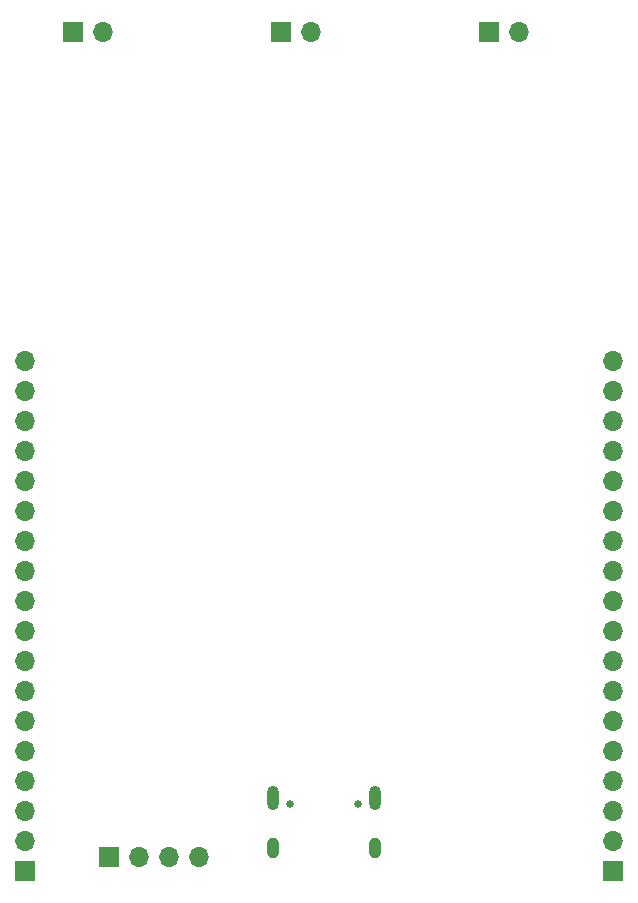
<source format=gbr>
%TF.GenerationSoftware,KiCad,Pcbnew,9.0.0*%
%TF.CreationDate,2025-05-17T06:27:11-04:00*%
%TF.ProjectId,phase-interferometer,70686173-652d-4696-9e74-65726665726f,rev?*%
%TF.SameCoordinates,Original*%
%TF.FileFunction,Soldermask,Bot*%
%TF.FilePolarity,Negative*%
%FSLAX46Y46*%
G04 Gerber Fmt 4.6, Leading zero omitted, Abs format (unit mm)*
G04 Created by KiCad (PCBNEW 9.0.0) date 2025-05-17 06:27:11*
%MOMM*%
%LPD*%
G01*
G04 APERTURE LIST*
%ADD10R,1.700000X1.700000*%
%ADD11O,1.700000X1.700000*%
%ADD12C,0.650000*%
%ADD13O,1.000000X2.100000*%
%ADD14O,1.000000X1.800000*%
G04 APERTURE END LIST*
D10*
%TO.C,AE3*%
X167677500Y-56360000D03*
D11*
X170217500Y-56360000D03*
%TD*%
D10*
%TO.C,AE1*%
X132402500Y-56360000D03*
D11*
X134942500Y-56360000D03*
%TD*%
D12*
%TO.C,J1*%
X150810000Y-121745000D03*
X156590000Y-121745000D03*
D13*
X149380000Y-121245000D03*
D14*
X149380000Y-125425000D03*
D13*
X158020000Y-121245000D03*
D14*
X158020000Y-125425000D03*
%TD*%
D10*
%TO.C,J3*%
X128400000Y-127450000D03*
D11*
X128400000Y-124910000D03*
X128400000Y-122370000D03*
X128400000Y-119830000D03*
X128400000Y-117290000D03*
X128400000Y-114750000D03*
X128400000Y-112210000D03*
X128400000Y-109670000D03*
X128400000Y-107130000D03*
X128400000Y-104590000D03*
X128400000Y-102050000D03*
X128400000Y-99510000D03*
X128400000Y-96970000D03*
X128400000Y-94430000D03*
X128400000Y-91890000D03*
X128400000Y-89350000D03*
X128400000Y-86810000D03*
X128400000Y-84270000D03*
%TD*%
D10*
%TO.C,J2*%
X178150000Y-127370000D03*
D11*
X178150000Y-124830000D03*
X178150000Y-122290000D03*
X178150000Y-119750000D03*
X178150000Y-117210000D03*
X178150000Y-114670000D03*
X178150000Y-112130000D03*
X178150000Y-109590000D03*
X178150000Y-107050000D03*
X178150000Y-104510000D03*
X178150000Y-101970000D03*
X178150000Y-99430000D03*
X178150000Y-96890000D03*
X178150000Y-94350000D03*
X178150000Y-91810000D03*
X178150000Y-89270000D03*
X178150000Y-86730000D03*
X178150000Y-84190000D03*
%TD*%
D10*
%TO.C,AE2*%
X150040000Y-56360000D03*
D11*
X152580000Y-56360000D03*
%TD*%
D10*
%TO.C,J4*%
X135480000Y-126200000D03*
D11*
X138020000Y-126200000D03*
X140560000Y-126200000D03*
X143100000Y-126200000D03*
%TD*%
M02*

</source>
